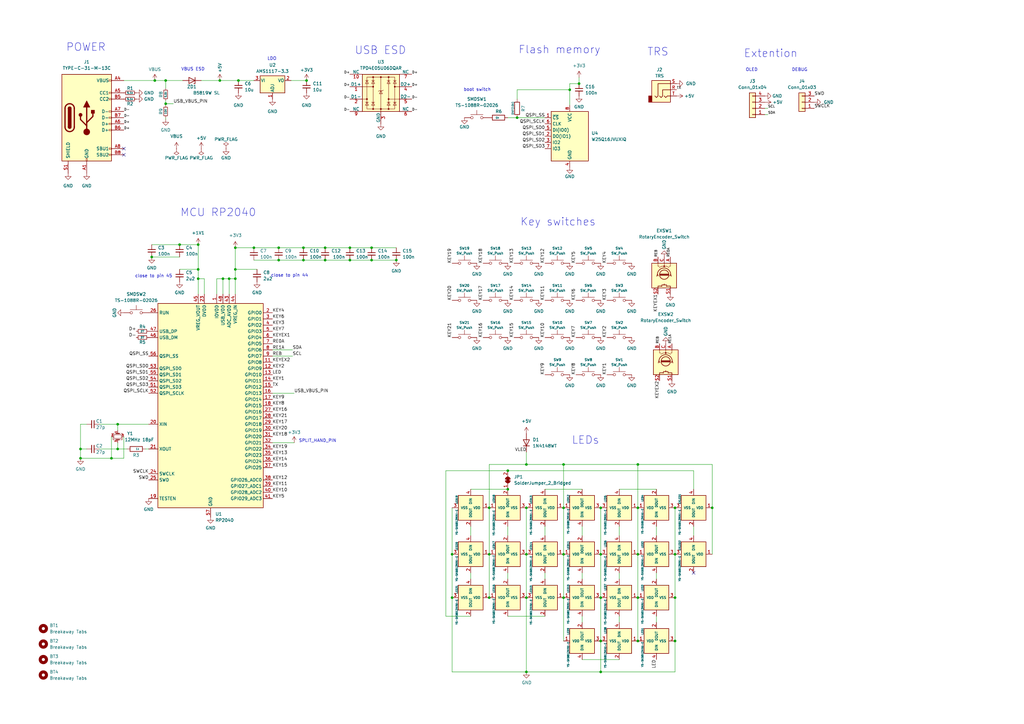
<source format=kicad_sch>
(kicad_sch (version 20231120) (generator "eeschema") (generator_version "8.0")
  (paper "A3")
  (title_block (title "Corne Left") (date "2023-10-07") (rev "4.0.0") (company "foostan"))
  (junction (at 215.9 208.28))
  (junction (at 215.9 190.5))
  (junction (at 162.56 106.68))
  (junction (at 276.86 262.89))
  (junction (at 237.49 34.29))
  (junction (at 104.14 101.6))
  (junction (at 200.66 245.11))
  (junction (at 231.14 245.11))
  (junction (at 48.26 184.15))
  (junction (at 81.28 100.33))
  (junction (at 276.86 208.28))
  (junction (at 246.38 262.89))
  (junction (at 246.38 227.33))
  (junction (at 62.23 105.41))
  (junction (at 215.9 227.33))
  (junction (at 96.52 101.6))
  (junction (at 185.42 245.11))
  (junction (at 97.79 33.02))
  (junction (at 114.3 101.6))
  (junction (at 152.4 106.68))
  (junction (at 152.4 101.6))
  (junction (at 133.35 106.68))
  (junction (at 90.17 33.02))
  (junction (at 133.35 101.6))
  (junction (at 276.86 245.11))
  (junction (at 215.9 245.11))
  (junction (at 261.62 190.5))
  (junction (at 208.28 193.04))
  (junction (at 231.14 227.33))
  (junction (at 246.38 245.11))
  (junction (at 125.73 33.02))
  (junction (at 93.98 114.3))
  (junction (at 73.66 100.33))
  (junction (at 81.28 114.3))
  (junction (at 67.945 42.545))
  (junction (at 48.26 173.99))
  (junction (at 233.68 36.83))
  (junction (at 45.72 187.96))
  (junction (at 212.09 48.26))
  (junction (at 33.02 184.15))
  (junction (at 215.9 275.59))
  (junction (at 33.02 187.96))
  (junction (at 63.5 33.02))
  (junction (at 114.3 106.68))
  (junction (at 261.62 227.33))
  (junction (at 246.38 275.59))
  (junction (at 261.62 208.28))
  (junction (at 91.44 114.3))
  (junction (at 67.945 33.02))
  (junction (at 231.14 190.5))
  (junction (at 261.62 262.89))
  (junction (at 96.52 114.3))
  (junction (at 96.52 110.49))
  (junction (at 143.51 106.68))
  (junction (at 261.62 245.11))
  (junction (at 124.46 106.68))
  (junction (at 124.46 101.6))
  (junction (at 200.66 227.33))
  (junction (at 81.28 110.49))
  (junction (at 231.14 208.28))
  (junction (at 208.28 200.66))
  (junction (at 292.1 208.28))
  (junction (at 276.86 227.33))
  (junction (at 143.51 101.6))
  (junction (at 185.42 227.33))
  (junction (at 200.66 208.28))
  (junction (at 246.38 208.28))
  (no_connect (at 50.8 60.96))
  (no_connect (at 284.48 234.95))
  (no_connect (at 50.8 63.5))
  (wire (pts (xy 261.62 208.28) (xy 261.62 227.33)))
  (wire (pts (xy 91.44 114.3) (xy 93.98 114.3)))
  (wire (pts (xy 62.23 100.33) (xy 73.66 100.33)))
  (wire (pts (xy 96.52 110.49) (xy 105.41 110.49)))
  (wire (pts (xy 261.62 190.5) (xy 292.1 190.5)))
  (wire (pts (xy 233.68 34.29) (xy 233.68 36.83)))
  (wire (pts (xy 133.35 106.68) (xy 143.51 106.68)))
  (wire (pts (xy 185.42 227.33) (xy 185.42 245.11)))
  (wire (pts (xy 83.82 114.3) (xy 81.28 114.3)))
  (wire (pts (xy 233.68 36.83) (xy 233.68 43.18)))
  (wire (pts (xy 276.86 208.28) (xy 276.86 227.33)))
  (wire (pts (xy 81.28 110.49) (xy 81.28 114.3)))
  (wire (pts (xy 33.02 187.96) (xy 45.72 187.96)))
  (wire (pts (xy 104.14 101.6) (xy 114.3 101.6)))
  (wire (pts (xy 96.52 120.65) (xy 96.52 114.3)))
  (wire (pts (xy 185.42 275.59) (xy 215.9 275.59)))
  (wire (pts (xy 48.26 184.15) (xy 48.26 181.61)))
  (wire (pts (xy 231.14 245.11) (xy 231.14 262.89)))
  (wire (pts (xy 246.38 245.11) (xy 246.38 262.89)))
  (wire (pts (xy 208.28 48.26) (xy 212.09 48.26)))
  (wire (pts (xy 45.72 179.07) (xy 45.72 187.96)))
  (wire (pts (xy 246.38 227.33) (xy 246.38 245.11)))
  (wire (pts (xy 111.76 161.29) (xy 120.65 161.29)))
  (wire (pts (xy 67.945 33.02) (xy 74.93 33.02)))
  (wire (pts (xy 212.09 36.83) (xy 212.09 40.64)))
  (wire (pts (xy 143.51 106.68) (xy 152.4 106.68)))
  (wire (pts (xy 254 270.51) (xy 238.76 270.51)))
  (wire (pts (xy 182.88 193.04) (xy 182.88 252.73)))
  (wire (pts (xy 114.3 101.6) (xy 124.46 101.6)))
  (wire (pts (xy 124.46 106.68) (xy 133.35 106.68)))
  (wire (pts (xy 182.88 193.04) (xy 208.28 193.04)))
  (wire (pts (xy 111.76 143.51) (xy 120.015 143.51)))
  (wire (pts (xy 261.62 190.5) (xy 261.62 208.28)))
  (wire (pts (xy 96.52 110.49) (xy 96.52 114.3)))
  (wire (pts (xy 314.96 44.45) (xy 313.69 44.45)))
  (wire (pts (xy 231.14 190.5) (xy 261.62 190.5)))
  (wire (pts (xy 208.28 193.04) (xy 284.48 193.04)))
  (wire (pts (xy 91.44 114.3) (xy 91.44 120.65)))
  (wire (pts (xy 33.02 184.15) (xy 33.02 187.96)))
  (wire (pts (xy 238.76 219.71) (xy 238.76 215.9)))
  (wire (pts (xy 59.69 184.15) (xy 60.96 184.15)))
  (wire (pts (xy 96.52 101.6) (xy 104.14 101.6)))
  (wire (pts (xy 254 215.9) (xy 254 219.71)))
  (wire (pts (xy 238.76 237.49) (xy 238.76 234.95)))
  (wire (pts (xy 215.9 208.28) (xy 215.9 227.33)))
  (wire (pts (xy 40.64 184.15) (xy 48.26 184.15)))
  (wire (pts (xy 215.9 245.11) (xy 215.9 275.59)))
  (wire (pts (xy 81.28 100.33) (xy 81.28 110.49)))
  (wire (pts (xy 73.66 110.49) (xy 81.28 110.49)))
  (wire (pts (xy 67.945 42.545) (xy 67.945 43.18)))
  (wire (pts (xy 124.46 101.6) (xy 133.35 101.6)))
  (wire (pts (xy 208.28 219.71) (xy 208.28 215.9)))
  (wire (pts (xy 40.64 173.99) (xy 48.26 173.99)))
  (wire (pts (xy 276.86 275.59) (xy 246.38 275.59)))
  (wire (pts (xy 200.66 190.5) (xy 200.66 208.28)))
  (wire (pts (xy 215.9 275.59) (xy 246.38 275.59)))
  (wire (pts (xy 269.24 215.9) (xy 269.24 219.71)))
  (wire (pts (xy 81.28 120.65) (xy 81.28 114.3)))
  (wire (pts (xy 237.49 31.75) (xy 237.49 34.29)))
  (wire (pts (xy 215.9 190.5) (xy 231.14 190.5)))
  (wire (pts (xy 292.1 208.28) (xy 292.1 227.33)))
  (wire (pts (xy 238.76 252.73) (xy 238.76 255.27)))
  (wire (pts (xy 231.14 227.33) (xy 231.14 245.11)))
  (wire (pts (xy 238.76 200.66) (xy 223.52 200.66)))
  (wire (pts (xy 93.98 114.3) (xy 93.98 120.65)))
  (wire (pts (xy 223.52 234.95) (xy 223.52 237.49)))
  (wire (pts (xy 208.28 200.66) (xy 193.04 200.66)))
  (wire (pts (xy 33.02 184.15) (xy 35.56 184.15)))
  (wire (pts (xy 90.17 33.02) (xy 97.79 33.02)))
  (wire (pts (xy 83.82 120.65) (xy 83.82 114.3)))
  (wire (pts (xy 208.28 252.73) (xy 223.52 252.73)))
  (wire (pts (xy 97.79 33.02) (xy 104.14 33.02)))
  (wire (pts (xy 88.9 114.3) (xy 91.44 114.3)))
  (wire (pts (xy 133.35 101.6) (xy 143.51 101.6)))
  (wire (pts (xy 254 234.95) (xy 254 237.49)))
  (wire (pts (xy 193.04 215.9) (xy 193.04 219.71)))
  (wire (pts (xy 314.96 46.99) (xy 313.69 46.99)))
  (wire (pts (xy 48.26 184.15) (xy 52.07 184.15)))
  (wire (pts (xy 233.68 34.29) (xy 237.49 34.29)))
  (wire (pts (xy 50.8 187.96) (xy 45.72 187.96)))
  (wire (pts (xy 284.48 215.9) (xy 284.48 219.71)))
  (wire (pts (xy 269.24 234.95) (xy 269.24 237.49)))
  (wire (pts (xy 67.945 41.275) (xy 67.945 42.545)))
  (wire (pts (xy 96.52 101.6) (xy 96.52 110.49)))
  (wire (pts (xy 246.38 262.89) (xy 246.38 275.59)))
  (wire (pts (xy 215.9 190.5) (xy 200.66 190.5)))
  (wire (pts (xy 71.12 42.545) (xy 67.945 42.545)))
  (wire (pts (xy 152.4 106.68) (xy 162.56 106.68)))
  (wire (pts (xy 223.52 219.71) (xy 223.52 215.9)))
  (wire (pts (xy 152.4 101.6) (xy 162.56 101.6)))
  (wire (pts (xy 88.9 114.3) (xy 88.9 120.65)))
  (wire (pts (xy 292.1 190.5) (xy 292.1 208.28)))
  (wire (pts (xy 73.66 100.33) (xy 81.28 100.33)))
  (wire (pts (xy 63.5 33.02) (xy 67.945 33.02)))
  (wire (pts (xy 96.52 114.3) (xy 93.98 114.3)))
  (wire (pts (xy 233.68 36.83) (xy 212.09 36.83)))
  (wire (pts (xy 276.86 245.11) (xy 276.86 262.89)))
  (wire (pts (xy 261.62 227.33) (xy 261.62 245.11)))
  (wire (pts (xy 67.945 36.195) (xy 67.945 33.02)))
  (wire (pts (xy 269.24 252.73) (xy 269.24 255.27)))
  (wire (pts (xy 231.14 208.28) (xy 231.14 227.33)))
  (wire (pts (xy 111.76 146.05) (xy 120.015 146.05)))
  (wire (pts (xy 48.26 173.99) (xy 60.96 173.99)))
  (wire (pts (xy 50.8 179.07) (xy 50.8 187.96)))
  (wire (pts (xy 212.09 48.26) (xy 223.52 48.26)))
  (wire (pts (xy 50.8 33.02) (xy 63.5 33.02)))
  (wire (pts (xy 208.28 237.49) (xy 208.28 234.95)))
  (wire (pts (xy 114.3 106.68) (xy 124.46 106.68)))
  (wire (pts (xy 276.86 227.33) (xy 276.86 245.11)))
  (wire (pts (xy 185.42 245.11) (xy 185.42 275.59)))
  (wire (pts (xy 143.51 101.6) (xy 152.4 101.6)))
  (wire (pts (xy 193.04 234.95) (xy 193.04 237.49)))
  (wire (pts (xy 284.48 193.04) (xy 284.48 200.66)))
  (wire (pts (xy 67.945 48.26) (xy 67.945 48.895)))
  (wire (pts (xy 254 200.66) (xy 269.24 200.66)))
  (wire (pts (xy 246.38 208.28) (xy 246.38 227.33)))
  (wire (pts (xy 276.86 262.89) (xy 276.86 275.59)))
  (wire (pts (xy 82.55 33.02) (xy 90.17 33.02)))
  (wire (pts (xy 215.9 227.33) (xy 215.9 245.11)))
  (wire (pts (xy 193.04 252.73) (xy 182.88 252.73)))
  (wire (pts (xy 48.26 176.53) (xy 48.26 173.99)))
  (wire (pts (xy 185.42 208.28) (xy 185.42 227.33)))
  (wire (pts (xy 215.9 185.42) (xy 215.9 190.5)))
  (wire (pts (xy 62.23 105.41) (xy 73.66 105.41)))
  (wire (pts (xy 104.14 106.68) (xy 114.3 106.68)))
  (wire (pts (xy 33.02 173.99) (xy 33.02 184.15)))
  (wire (pts (xy 111.76 181.61) (xy 120.65 181.61)))
  (wire (pts (xy 200.66 208.28) (xy 200.66 227.33)))
  (wire (pts (xy 254 252.73) (xy 254 255.27)))
  (wire (pts (xy 119.38 33.02) (xy 125.73 33.02)))
  (wire (pts (xy 35.56 173.99) (xy 33.02 173.99)))
  (wire (pts (xy 200.66 227.33) (xy 200.66 245.11)))
  (wire (pts (xy 261.62 245.11) (xy 261.62 262.89)))
  (wire (pts (xy 231.14 190.5) (xy 231.14 208.28)))
  (text "MCU RP2040" (at 73.914 89.154 0) (effects (font (size 3.175 3.175)) (justify left bottom)))
  (text "Key switches" (at 213.36 92.964 0) (effects (font (size 3.175 3.175)) (justify left bottom)))
  (text "OLED" (at 305.816 29.464 0) (effects (font (size 1.27 1.27)) (justify left bottom)))
  (text "close to pin 45" (at 55.372 114.046 0) (effects (font (size 1.27 1.27)) (justify left bottom)))
  (text "DEBUG" (at 324.739 29.464 0) (effects (font (size 1.27 1.27)) (justify left bottom)))
  (text "USB ESD" (at 145.415 22.606 0) (effects (font (size 3.175 3.175)) (justify left bottom)))
  (text "LDO" (at 109.601 24.892 0) (effects (font (size 1.27 1.27)) (justify left bottom)))
  (text "Flash memory" (at 212.598 22.352 0) (effects (font (size 3.175 3.175)) (justify left bottom)))
  (text "POWER\n" (at 27.051 21.336 0) (effects (font (size 3.175 3.175)) (justify left bottom)))
  (text "LEDs" (at 234.442 182.499 0) (effects (font (size 3.175 3.175)) (justify left bottom)))
  (text "Extention" (at 305.054 23.876 0) (effects (font (size 3.175 3.175)) (justify left bottom)))
  (text "TRS" (at 265.43 23.241 0) (effects (font (size 3.175 3.175)) (justify left bottom)))
  (text "VBUS ESD" (at 74.295 29.21 0) (effects (font (size 1.27 1.27)) (justify left bottom)))
  (text "SPLIT_HAND_PIN" (at 122.555 181.61 0) (effects (font (size 1.27 1.27)) (justify left bottom)))
  (text "boot switch" (at 190.119 37.592 0) (effects (font (size 1.27 1.27)) (justify left bottom)))
  (text "close to pin 44" (at 111.125 113.792 0) (effects (font (size 1.27 1.27)) (justify left bottom)))
  (label "KEY8" (at 111.76 166.37 0))
  (label "KEY9" (at 111.76 163.83 0))
  (label "KEY8" (at 236.22 153.67 90))
  (label "QSPI_SD2" (at 60.96 156.21 180))
  (label "SCL" (at 314.96 44.45 0) (effects (font (size 1 1))))
  (label "USB_VBUS_PIN" (at 120.65 161.29 0))
  (label "KEY3" (at 248.92 123.19 90))
  (label "QSPI_SCLK" (at 60.96 161.29 180))
  (label "RE1A" (at 111.76 143.51 0))
  (label "KEY2" (at 111.76 151.13 0))
  (label "D+" (at 55.88 135.89 180))
  (label "D+" (at 168.91 35.56 0) (effects (font (size 1 1))))
  (label "REB" (at 111.76 146.05 0))
  (label "D-" (at 55.88 138.43 180))
  (label "QSPI_SS" (at 223.52 48.26 180))
  (label "SDA" (at 314.96 46.99 0) (effects (font (size 1 1))))
  (label "D+" (at 143.51 30.48 180) (effects (font (size 1 1))))
  (label "REB" (at 270.51 140.97 90) (effects (font (size 1 1))))
  (label "KEY5" (at 236.22 107.95 90))
  (label "RE0A" (at 274.955 105.41 90) (effects (font (size 1 1))))
  (label "LED" (at 111.76 153.67 0))
  (label "KEY21" (at 185.42 138.43 90))
  (label "KEY17" (at 111.76 173.99 0))
  (label "KEY1" (at 111.76 156.21 0))
  (label "TX" (at 111.76 158.75 0))
  (label "KEY5" (at 111.76 204.47 0))
  (label "D+" (at 50.8 50.8 0) (effects (font (size 1 1))))
  (label "KEY16" (at 111.76 168.91 0))
  (label "KEY3" (at 111.76 133.35 0))
  (label "KEYEX2" (at 111.76 148.59 0))
  (label "D+" (at 143.51 35.56 180) (effects (font (size 1 1))))
  (label "KEY17" (at 198.12 123.19 90))
  (label "KEY10" (at 111.76 201.93 0))
  (label "D-" (at 50.8 48.26 0) (effects (font (size 1 1))))
  (label "QSPI_SD1" (at 60.96 153.67 180))
  (label "KEY4" (at 111.76 128.27 0))
  (label "QSPI_SD0" (at 223.52 53.34 180))
  (label "KEY20" (at 111.76 176.53 0))
  (label "QSPI_SD1" (at 223.52 55.88 180))
  (label "SWCLK" (at 334.01 44.45 0))
  (label "D+" (at 168.91 30.48 0) (effects (font (size 1 1))))
  (label "SCL" (at 120.015 146.05 0))
  (label "QSPI_SCLK" (at 223.52 50.8 180))
  (label "D-" (at 168.91 45.72 0) (effects (font (size 1 1))))
  (label "KEY20" (at 185.42 123.19 90))
  (label "KEY4" (at 248.92 107.95 90))
  (label "VLED" (at 215.9 185.42 180))
  (label "KEY11" (at 111.76 199.39 0))
  (label "KEY14" (at 111.76 189.23 0))
  (label "TX" (at 277.495 36.83 0) (effects (font (size 1 1))))
  (label "RE0A" (at 111.76 140.97 0))
  (label "D+" (at 50.8 53.34 0) (effects (font (size 1 1))))
  (label "KEY18" (at 198.12 107.95 90))
  (label "QSPI_SS" (at 60.96 146.05 180))
  (label "KEYEX1" (at 269.875 120.65 270))
  (label "KEY7" (at 236.22 138.43 90))
  (label "USB_VBUS_PIN" (at 71.12 42.545 0))
  (label "KEY14" (at 210.82 123.19 90))
  (label "RE1A" (at 275.59 140.97 90) (effects (font (size 1 1))))
  (label "SWCLK" (at 60.96 194.31 180))
  (label "KEY1" (at 248.92 153.67 90))
  (label "KEY2" (at 248.92 138.43 90))
  (label "QSPI_SD2" (at 223.52 58.42 180))
  (label "QSPI_SD3" (at 223.52 60.96 180))
  (label "SWD" (at 334.01 39.37 0))
  (label "KEY13" (at 111.76 186.69 0))
  (label "KEY18" (at 111.76 179.07 0))
  (label "KEY7" (at 111.76 135.89 0))
  (label "KEY6" (at 236.22 123.19 90))
  (label "D-" (at 168.91 40.64 0) (effects (font (size 1 1))))
  (label "KEY9" (at 223.52 153.67 90))
  (label "KEY15" (at 111.76 191.77 0))
  (label "KEY13" (at 210.82 107.95 90))
  (label "KEYEX2" (at 270.51 156.21 270))
  (label "KEY15" (at 210.82 138.43 90))
  (label "KEY10" (at 223.52 138.43 90))
  (label "SDA" (at 120.015 143.51 0))
  (label "D-" (at 143.51 40.64 180) (effects (font (size 1 1))))
  (label "LED" (at 269.24 270.51 270))
  (label "KEYEX1" (at 111.76 138.43 0))
  (label "KEY12" (at 223.52 107.95 90))
  (label "D-" (at 143.51 45.72 180) (effects (font (size 1 1))))
  (label "SWD" (at 60.96 196.85 180))
  (label "D-" (at 50.8 45.72 0) (effects (font (size 1 1))))
  (label "KEY6" (at 111.76 130.81 0))
  (label "REB" (at 269.875 105.41 90) (effects (font (size 1 1))))
  (label "KEY19" (at 111.76 184.15 0))
  (label "KEY16" (at 198.12 138.43 90))
  (label "QSPI_SD3" (at 60.96 158.75 180))
  (label "KEY19" (at 185.42 107.95 90))
  (label "QSPI_SD0" (at 60.96 151.13 180))
  (label "KEY11" (at 223.52 123.19 90))
  (label "KEY12" (at 111.76 196.85 0))
  (label "KEY21" (at 111.76 171.45 0))
  (symbol (lib_id "power:GND") (at 55.88 38.1 90) (unit 1)
    (property "Reference" "#PWR05" (effects (hide yes)))
    (property "Value" "GND" (at 59.055 38.1 90) (effects (justify right)))
  )
  (symbol (lib_id "power:GND") (at 233.68 153.67 0) (unit 1)
    (property "Reference" "#PWR044" (effects (hide yes)))
    (property "Value" "GND" (at 233.68 158.115 0))
  )
  (symbol (lib_id "power:GND") (at 195.58 138.43 0) (unit 1)
    (property "Reference" "#PWR030" (effects (hide yes)))
    (property "Value" "GND" (at 195.58 142.875 0))
  )
  (symbol (lib_id "power:GND") (at 273.05 140.97 180) (unit 1)
    (property "Reference" "#PWR055" (effects (hide yes)))
    (property "Value" "GND" (at 273.05 135.89 90))
  )
  (symbol (lib_id "power:GND") (at 55.88 40.64 90) (unit 1)
    (property "Reference" "#PWR06" (effects (hide yes)))
    (property "Value" "GND" (at 59.055 40.64 90) (effects (justify right)))
  )
  (symbol (lib_id "kbd_local:YS-SK6812MINI-E") (at 208.28 227.33 90) (unit 1)
    (property "Reference" "LED17" (at 202.565 225.425 0) (effects (font (size 0.7366 0.7366)) (justify left)))
    (property "Value" "YS-SK6812MINI-E" (at 202.565 238.125 0) (effects (font (size 0.7366 0.7366)) (justify left)))
    (property "Footprint" "kbd_local:YS-SK6812MINI-E" (effects (hide yes)))
  )
  (symbol (lib_id "Device:R_Small") (at 58.42 135.89 90) (unit 1)
    (property "Reference" "R4" (at 58.42 133.985 90))
    (property "Value" "27" (at 58.42 135.89 90) (effects (font (size 0.762 0.762))))
    (property "Footprint" "Capacitor_SMD:C_0201_0603Metric" (effects (hide yes)))
  )
  (symbol (lib_id "Switch:SW_Push") (at 241.3 107.95 0) (unit 1)
    (property "Reference" "SW5" (at 241.3 101.854 0) (effects (font (size 1 1))))
    (property "Value" "SW_Push" (at 241.3 103.886 0) (effects (font (size 1 1))))
    (property "Footprint" "kbd:keyswitch_cherrymx_hotswap_1u" (effects (hide yes)))
  )
  (symbol (lib_id "power:+3V3") (at 237.49 31.75 0) (unit 1)
    (property "Reference" "#PWR039" (effects (hide yes)))
    (property "Value" "+3V3" (at 237.49 26.924 0))
  )
  (symbol (lib_id "kbd_local:YS-SK6812MINI-E") (at 254 227.33 270) (unit 1)
    (property "Reference" "LED6" (at 248.285 221.615 0) (effects (font (size 0.7366 0.7366)) (justify left)))
    (property "Value" "YS-SK6812MINI-E" (at 248.285 227.965 0) (effects (font (size 0.7366 0.7366)) (justify left)))
    (property "Footprint" "kbd_local:YS-SK6812MINI-E" (effects (hide yes)))
  )
  (symbol (lib_id "power:GND") (at 208.28 123.19 0) (unit 1)
    (property "Reference" "#PWR032" (effects (hide yes)))
    (property "Value" "GND" (at 208.28 127.635 0))
  )
  (symbol (lib_id "kbd_local:YS-SK6812MINI-E") (at 269.24 208.28 90) (unit 1)
    (property "Reference" "LED4" (at 263.525 205.74 0) (effects (font (size 0.7366 0.7366)) (justify left)))
    (property "Value" "YS-SK6812MINI-E" (at 263.525 219.075 0) (effects (font (size 0.7366 0.7366)) (justify left)))
    (property "Footprint" "kbd_local:YS-SK6812MINI-E" (effects (hide yes)))
  )
  (symbol (lib_id "power:GND") (at 220.98 138.43 0) (unit 1)
    (property "Reference" "#PWR038" (effects (hide yes)))
    (property "Value" "GND" (at 220.98 142.875 0))
  )
  (symbol (lib_name "SW_Push_1") (lib_id "Switch:SW_Push") (at 254 107.95 0) (unit 1)
    (property "Reference" "SW4" (at 254 101.854 0) (effects (font (size 1 1))))
    (property "Value" "SW_Push" (at 254 103.886 0) (effects (font (size 1 1))))
    (property "Footprint" "kbd:keyswitch_cherrymx_hotswap_1u" (effects (hide yes)))
  )
  (symbol (lib_id "power:+3V3") (at 125.73 33.02 0) (unit 1)
    (property "Reference" "#PWR023" (effects (hide yes)))
    (property "Value" "+3V3" (at 125.73 28.702 0))
  )
  (symbol (lib_id "Device:R_Small") (at 67.945 45.72 0) (unit 1)
    (property "Reference" "R9" (at 66.04 45.72 90))
    (property "Value" "10K" (at 67.945 45.72 90) (effects (font (size 0.762 0.762))))
    (property "Footprint" "Resistor_SMD:R_0402_1005Metric" (effects (hide yes)))
  )
  (symbol (lib_id "power:GND") (at 233.68 123.19 0) (unit 1)
    (property "Reference" "#PWR042" (effects (hide yes)))
    (property "Value" "GND" (at 233.68 127.635 0))
  )
  (symbol (lib_id "Switch:SW_Push") (at 228.6 107.95 0) (unit 1)
    (property "Reference" "SW12" (at 228.6 101.854 0) (effects (font (size 1 1))))
    (property "Value" "SW_Push" (at 228.6 103.886 0) (effects (font (size 1 1))))
    (property "Footprint" "kbd:keyswitch_cherrymx_hotswap_1u" (effects (hide yes)))
  )
  (symbol (lib_id "Switch:SW_Push") (at 241.3 138.43 0) (unit 1)
    (property "Reference" "SW7" (at 241.3 132.334 0) (effects (font (size 1 1))))
    (property "Value" "SW_Push" (at 241.3 134.366 0) (effects (font (size 1 1))))
    (property "Footprint" "kbd:keyswitch_cherrymx_hotswap_1u" (effects (hide yes)))
  )
  (symbol (lib_id "power:VBUS") (at 72.39 60.96 0) (unit 1)
    (property "Reference" "#PWR011" (effects (hide yes)))
    (property "Value" "VBUS" (at 72.39 55.88 0))
  )
  (symbol (lib_id "MCU_RaspberryPi:RP2040") (at 86.36 166.37 0) (unit 1)
    (property "Reference" "U1" (at 88.3159 210.82 0) (effects (justify left)))
    (property "Value" "RP2040" (at 88.3159 213.36 0) (effects (justify left)))
    (property "Footprint" "Package_DFN_QFN:QFN-56-1EP_7x7mm_P0.4mm_EP3.2x3.2mm" (effects (hide yes)))
    (property "Datasheet" "https://datasheets.raspberrypi.com/rp2040/rp2040-datasheet.pdf" (effects (hide yes)))
    (property "JLCPCB Part #" "C2040" (effects (hide yes)))
  )
  (symbol (lib_id "power:GND") (at 35.56 71.12 0) (unit 1)
    (property "Reference" "#PWR03" (effects (hide yes)))
    (property "Value" "GND" (at 35.56 76.2 0))
  )
  (symbol (lib_id "Switch:SW_Push") (at 190.5 138.43 0) (unit 1)
    (property "Reference" "SW21" (at 190.5 132.334 0) (effects (font (size 1 1))))
    (property "Value" "SW_Push" (at 190.5 134.366 0) (effects (font (size 1 1))))
    (property "Footprint" "kbd:keyswitch_cherrymx_hotswap_1u" (effects (hide yes)))
  )
  (symbol (lib_id "power:GND") (at 259.08 138.43 0) (unit 1)
    (property "Reference" "#PWR052" (effects (hide yes)))
    (property "Value" "GND" (at 259.08 142.875 0))
  )
  (symbol (lib_id "kbd_local:YS-SK6812MINI-E") (at 208.28 208.28 90) (unit 1)
    (property "Reference" "LED18" (at 202.565 206.375 0) (effects (font (size 0.7366 0.7366)) (justify left)))
    (property "Value" "YS-SK6812MINI-E" (at 202.565 219.71 0) (effects (font (size 0.7366 0.7366)) (justify left)))
    (property "Footprint" "kbd_local:YS-SK6812MINI-E" (effects (hide yes)))
  )
  (symbol (lib_id "power:GND") (at 215.9 275.59 0) (unit 1)
    (property "Reference" "#PWR035" (effects (hide yes)))
    (property "Value" "GND" (at 216.027 279.9842 0))
  )
  (symbol (lib_id "Switch:SW_Push") (at 190.5 107.95 0) (unit 1)
    (property "Reference" "SW19" (at 190.5 101.854 0) (effects (font (size 1 1))))
    (property "Value" "SW_Push" (at 190.5 103.886 0) (effects (font (size 1 1))))
    (property "Footprint" "kbd:keyswitch_cherrymx_hotswap_1u" (effects (hide yes)))
  )
  (symbol (lib_id "power:GND") (at 105.41 115.57 0) (unit 1)
    (property "Reference" "#PWR020" (effects (hide yes)))
    (property "Value" "GND" (at 105.41 120.015 0))
  )
  (symbol (lib_id "kbd_local:YS-SK6812MINI-E") (at 238.76 227.33 90) (unit 1)
    (property "Reference" "LED11" (at 233.045 225.425 0) (effects (font (size 0.7366 0.7366)) (justify left)))
    (property "Value" "YS-SK6812MINI-E" (at 233.045 238.125 0) (effects (font (size 0.7366 0.7366)) (justify left)))
    (property "Footprint" "kbd_local:YS-SK6812MINI-E" (effects (hide yes)))
  )
  (symbol (lib_id "kbd_local:YS-SK6812MINI-E") (at 269.24 245.11 90) (unit 1)
    (property "Reference" "LED2" (at 263.525 242.57 0) (effects (font (size 0.7366 0.7366)) (justify left)))
    (property "Value" "YS-SK6812MINI-E" (at 263.525 255.905 0) (effects (font (size 0.7366 0.7366)) (justify left)))
    (property "Footprint" "kbd_local:YS-SK6812MINI-E" (effects (hide yes)))
  )
  (symbol (lib_id "Diode:1N4148WT") (at 215.9 181.61 90) (unit 1)
    (property "Reference" "D1" (at 218.44 180.34 90) (effects (justify right)))
    (property "Value" "1N4148WT" (at 218.44 182.88 90) (effects (justify right)))
    (property "Footprint" "Diode_SMD:D_SOD-323" (effects (hide yes)))
    (property "Datasheet" "https://www.diodes.com/assets/Datasheets/ds30396.pdf" (effects (hide yes)))
    (property "JLCPCB Part #" "C232841" (effects (hide yes)))
  )
  (symbol (lib_id "power:GND") (at 195.58 107.95 0) (unit 1)
    (property "Reference" "#PWR028" (effects (hide yes)))
    (property "Value" "GND" (at 195.58 112.395 0))
  )
  (symbol (lib_id "kbd_local:YS-SK6812MINI-E") (at 284.48 227.33 270) (unit 1)
    (property "Reference" "EXLED2" (at 278.765 221.615 0) (effects (font (size 0.7366 0.7366)) (justify left)))
    (property "Value" "YS-SK6812MINI-E" (at 278.765 227.965 0) (effects (font (size 0.7366 0.7366)) (justify left)))
    (property "Footprint" "kbd_local:YS-SK6812MINI-E" (effects (hide yes)))
  )
  (symbol (lib_id "Switch:SW_Push") (at 241.3 123.19 0) (unit 1)
    (property "Reference" "SW6" (at 241.3 117.094 0) (effects (font (size 1 1))))
    (property "Value" "SW_Push" (at 241.3 119.126 0) (effects (font (size 1 1))))
    (property "Footprint" "kbd:keyswitch_cherrymx_hotswap_1u" (effects (hide yes)))
  )
  (symbol (lib_id "power:+5V") (at 313.69 41.91 270) (unit 1)
    (property "Reference" "#PWR061" (effects (hide yes)))
    (property "Value" "+5V" (at 316.865 41.91 90) (effects (justify left)))
  )
  (symbol (lib_id "Device:C_Small") (at 38.1 184.15 270) (unit 1)
    (property "Reference" "C2" (at 39.37 182.88 90) (effects (justify left)))
    (property "Value" "27p" (at 39.37 185.42 90) (effects (justify left)))
    (property "Footprint" "Capacitor_SMD:C_0201_0603Metric" (effects (hide yes)))
  )
  (symbol (lib_id "power:GND") (at 220.98 123.19 0) (unit 1)
    (property "Reference" "#PWR037" (effects (hide yes)))
    (property "Value" "GND" (at 220.98 127.635 0))
  )
  (symbol (lib_id "kbd_local:YS-SK6812MINI-E") (at 254 208.28 270) (unit 1)
    (property "Reference" "LED5" (at 248.285 203.2 0) (effects (font (size 0.7366 0.7366)) (justify left)))
    (property "Value" "YS-SK6812MINI-E" (at 248.285 208.915 0) (effects (font (size 0.7366 0.7366)) (justify left)))
    (property "Footprint" "kbd_local:YS-SK6812MINI-E" (effects (hide yes)))
  )
  (symbol (lib_id "Switch:SW_Push") (at 254 153.67 0) (unit 1)
    (property "Reference" "SW1" (at 254 147.574 0) (effects (font (size 1 1))))
    (property "Value" "SW_Push" (at 254 149.606 0) (effects (font (size 1 1))))
    (property "Footprint" "kbd:keyswitch_cherrymx_hotswap_1.5u" (effects (hide yes)))
  )
  (symbol (lib_id "Switch:SW_Push") (at 215.9 123.19 0) (unit 1)
    (property "Reference" "SW14" (at 215.9 117.094 0) (effects (font (size 1 1))))
    (property "Value" "SW_Push" (at 215.9 119.126 0) (effects (font (size 1 1))))
    (property "Footprint" "kbd:keyswitch_cherrymx_hotswap_1u" (effects (hide yes)))
  )
  (symbol (lib_id "Mechanical:MountingHole") (at 17.78 264.16 0) (unit 1)
    (property "Reference" "BT2" (at 20.32 262.89 0) (effects (justify left)))
    (property "Value" "Breakaway Tabs" (at 20.32 265.43 0) (effects (justify left)))
    (property "Footprint" "kbd_local:Breakaway_Tabs" (effects (hide yes)))
  )
  (symbol (lib_id "Switch:SW_Push") (at 203.2 123.19 0) (unit 1)
    (property "Reference" "SW17" (at 203.2 117.094 0) (effects (font (size 1 1))))
    (property "Value" "SW_Push" (at 203.2 119.126 0) (effects (font (size 1 1))))
    (property "Footprint" "kbd:keyswitch_cherrymx_hotswap_1u" (effects (hide yes)))
  )
  (symbol (lib_id "kbd_local:YS-SK6812MINI-E") (at 223.52 208.28 270) (unit 1)
    (property "Reference" "LED13" (at 217.805 203.2 0) (effects (font (size 0.7366 0.7366)) (justify left)))
    (property "Value" "YS-SK6812MINI-E" (at 217.805 208.915 0) (effects (font (size 0.7366 0.7366)) (justify left)))
    (property "Footprint" "kbd_local:YS-SK6812MINI-E" (effects (hide yes)))
  )
  (symbol (lib_id "kbd_local:YS-SK6812MINI-E") (at 193.04 245.11 270) (unit 1)
    (property "Reference" "LED21" (at 187.325 240.03 0) (effects (font (size 0.7366 0.7366)) (justify left)))
    (property "Value" "YS-SK6812MINI-E" (at 187.325 245.745 0) (effects (font (size 0.7366 0.7366)) (justify left)))
    (property "Footprint" "kbd_local:YS-SK6812MINI-E" (effects (hide yes)))
  )
  (symbol (lib_id "power:GND") (at 220.98 107.95 0) (unit 1)
    (property "Reference" "#PWR036" (effects (hide yes)))
    (property "Value" "GND" (at 220.98 112.395 0))
  )
  (symbol (lib_id "power:GND") (at 233.68 68.58 0) (unit 1)
    (property "Reference" "#PWR040" (effects (hide yes)))
    (property "Value" "GND" (at 233.68 72.39 0))
  )
  (symbol (lib_id "Device:R_Small") (at 67.945 38.735 0) (unit 1)
    (property "Reference" "R8" (at 66.04 38.735 90))
    (property "Value" "5.6k" (at 67.945 38.735 90) (effects (font (size 0.762 0.762))))
    (property "Footprint" "Resistor_SMD:R_0402_1005Metric" (effects (hide yes)))
  )
  (symbol (lib_id "power:GND") (at 334.01 41.91 90) (unit 1)
    (property "Reference" "#PWR062" (effects (hide yes)))
    (property "Value" "GND" (at 337.82 41.91 90) (effects (justify right)))
  )
  (symbol (lib_id "power:GND") (at 33.02 187.96 0) (unit 1)
    (property "Reference" "#PWR02" (effects (hide yes)))
    (property "Value" "GND" (at 33.02 192.405 0))
  )
  (symbol (lib_id "power:GND") (at 50.8 128.27 270) (unit 1)
    (property "Reference" "#PWR04" (effects (hide yes)))
    (property "Value" "GND" (at 46.99 128.27 0))
  )
  (symbol (lib_id "kbd_local:YS-SK6812MINI-E") (at 223.52 227.33 270) (unit 1)
    (property "Reference" "LED14" (at 217.805 222.25 0) (effects (font (size 0.7366 0.7366)) (justify left)))
    (property "Value" "YS-SK6812MINI-E" (at 217.805 227.965 0) (effects (font (size 0.7366 0.7366)) (justify left)))
    (property "Footprint" "kbd_local:YS-SK6812MINI-E" (effects (hide yes)))
  )
  (symbol (lib_id "power:+3V3") (at 96.52 101.6 0) (unit 1)
    (property "Reference" "#PWR018" (effects (hide yes)))
    (property "Value" "+3V3" (at 96.52 96.52 0))
  )
  (symbol (lib_id "Power_Protection:TPD4EUSB30") (at 156.21 38.1 0) (unit 1)
    (property "Reference" "U3" (at 156.21 25.4 0))
    (property "Value" "TPD4E05U06DQAR" (at 156.21 27.94 0))
    (property "Footprint" "Package_SON:USON-10_2.5x1.0mm_P0.5mm" (effects (hide yes)))
    (property "Datasheet" "http://www.ti.com/lit/ds/symlink/tpd2eusb30a.pdf" (effects (hide yes)))
    (property "JLCPCB Part #" "C138714" (effects (hide yes)))
  )
  (symbol (lib_id "power:PWR_FLAG") (at 92.71 60.96 0) (unit 1)
    (property "Reference" "#FLG03" (effects (hide yes)))
    (property "Value" "PWR_FLAG" (at 92.71 57.15 0))
  )
  (symbol (lib_id "kbd_local:YS-SK6812MINI-E") (at 193.04 208.28 270) (unit 1)
    (property "Reference" "LED19" (at 187.325 203.2 0) (effects (font (size 0.7366 0.7366)) (justify left)))
    (property "Value" "YS-SK6812MINI-E" (at 187.325 208.915 0) (effects (font (size 0.7366 0.7366)) (justify left)))
    (property "Footprint" "kbd_local:YS-SK6812MINI-E" (effects (hide yes)))
  )
  (symbol (lib_id "Switch:SW_Push") (at 203.2 138.43 0) (unit 1)
    (property "Reference" "SW16" (at 203.2 132.334 0) (effects (font (size 1 1))))
    (property "Value" "SW_Push" (at 203.2 134.366 0) (effects (font (size 1 1))))
    (property "Footprint" "kbd:keyswitch_cherrymx_hotswap_1u" (effects (hide yes)))
  )
  (symbol (lib_id "power:GND") (at 67.945 48.895 0) (unit 1)
    (property "Reference" "#PWR010" (effects (hide yes)))
    (property "Value" "GND" (at 67.945 53.34 0))
  )
  (symbol (lib_id "Switch:SW_Push") (at 215.9 138.43 0) (unit 1)
    (property "Reference" "SW15" (at 215.9 132.334 0) (effects (font (size 1 1))))
    (property "Value" "SW_Push" (at 215.9 134.366 0) (effects (font (size 1 1))))
    (property "Footprint" "kbd:keyswitch_cherrymx_hotswap_1u" (effects (hide yes)))
  )
  (symbol (lib_id "Device:RotaryEncoder_Switch") (at 273.05 148.59 270) (unit 1)
    (property "Reference" "EXSW2" (at 273.05 128.905 90))
    (property "Value" "RotaryEncoder_Switch" (at 273.05 131.445 90))
    (property "Footprint" "kbd_local:keyswitch_cherrymx_hotswap_1u_rotary_encoder_ec12" (effects (hide yes)))
  )
  (symbol (lib_id "Switch:SW_Push") (at 203.2 107.95 0) (unit 1)
    (property "Reference" "SW18" (at 203.2 101.854 0) (effects (font (size 1 1))))
    (property "Value" "SW_Push" (at 203.2 103.886 0) (effects (font (size 1 1))))
    (property "Footprint" "kbd:keyswitch_cherrymx_hotswap_1u" (effects (hide yes)))
  )
  (symbol (lib_id "Regulator_Linear:LM317L_SOT-89") (at 111.76 33.02 0) (unit 1)
    (property "Reference" "U2" (at 111.76 26.67 0))
    (property "Value" "AMS1117-3.3" (at 111.76 29.21 0))
    (property "Footprint" "Package_TO_SOT_SMD:SOT-89-3" (effects (hide yes)))
    (property "Datasheet" "https://www.lcsc.com/datasheet/lcsc_datasheet_2409141623_UMW-Youtai-Semiconductor-Co---Ltd--AMS1117-3-3_C347256.pdf" (effects (hide yes)))
    (property "Description" "1A 60dB@(120Hz) Fixed 3.3V Positive electrode 12V SOT-89 Voltage Regulators - Linear, Low Drop Out (LDO) Regulators ROHS" (effects (hide yes)))
    (property "JLCPCB Part #" "C347256" (effects (hide yes)))
  )
  (symbol (lib_id "power:GND") (at 233.68 107.95 0) (unit 1)
    (property "Reference" "#PWR041" (effects (hide yes)))
    (property "Value" "GND" (at 233.68 112.395 0))
  )
  (symbol (lib_id "power:GND") (at 259.08 153.67 0) (unit 1)
    (property "Reference" "#PWR053" (effects (hide yes)))
    (property "Value" "GND" (at 259.08 158.115 0))
  )
  (symbol (lib_id "Jumper:SolderJumper_2_Bridged") (at 208.28 196.85 90) (unit 1)
    (property "Reference" "JP1" (at 210.82 195.58 90) (effects (justify right)))
    (property "Value" "SolderJumper_2_Bridged" (at 210.82 198.12 90) (effects (justify right)))
    (property "Footprint" "Jumper:SolderJumper-2_P1.3mm_Open_RoundedPad1.0x1.5mm" (effects (hide yes)))
  )
  (symbol (lib_id "Device:C_Small") (at 124.46 104.14 0) (unit 1)
    (property "Reference" "C10" (at 127 102.87 0) (effects (justify left)))
    (property "Value" "100n" (at 127 105.41 0) (effects (justify left)))
    (property "Footprint" "Capacitor_SMD:C_0201_0603Metric" (effects (hide yes)))
  )
  (symbol (lib_id "power:+3V3") (at 120.65 181.61 0) (unit 1)
    (property "Reference" "#PWR022" (effects (hide yes)))
    (property "Value" "+3V3" (at 120.65 177.292 0))
  )
  (symbol (lib_id "power:GND") (at 73.66 115.57 0) (unit 1)
    (property "Reference" "#PWR012" (effects (hide yes)))
    (property "Value" "GND" (at 73.66 120.015 0))
  )
  (symbol (lib_id "kbd_local:YS-SK6812MINI-E") (at 254 262.89 270) (unit 1)
    (property "Reference" "LED8" (at 248.285 257.175 0) (effects (font (size 0.7366 0.7366)) (justify left)))
    (property "Value" "YS-SK6812MINI-E" (at 248.285 263.525 0) (effects (font (size 0.7366 0.7366)) (justify left)))
    (property "Footprint" "kbd_local:YS-SK6812MINI-E" (effects (hide yes)))
  )
  (symbol (lib_id "power:GND") (at 313.69 39.37 90) (unit 1)
    (property "Reference" "#PWR060" (effects (hide yes)))
    (property "Value" "GND" (at 318.77 39.37 90))
  )
  (symbol (lib_id "Device:C_Small") (at 62.23 102.87 0) (unit 1)
    (property "Reference" "C3" (at 64.77 101.6 0) (effects (justify left)))
    (property "Value" "100n" (at 64.77 104.14 0) (effects (justify left)))
    (property "Footprint" "Capacitor_SMD:C_0201_0603Metric" (effects (hide yes)))
  )
  (symbol (lib_id "power:GND") (at 86.36 212.09 0) (unit 1)
    (property "Reference" "#PWR015" (effects (hide yes)))
    (property "Value" "GND" (at 86.36 216.535 0))
  )
  (symbol (lib_id "power:GND") (at 246.38 153.67 0) (unit 1)
    (property "Reference" "#PWR049" (effects (hide yes)))
    (property "Value" "GND" (at 246.38 158.115 0))
  )
  (symbol (lib_id "kbd_local:YS-SK6812MINI-E") (at 238.76 208.28 90) (unit 1)
    (property "Reference" "LED12" (at 233.045 206.375 0) (effects (font (size 0.7366 0.7366)) (justify left)))
    (property "Value" "YS-SK6812MINI-E" (at 233.045 219.075 0) (effects (font (size 0.7366 0.7366)) (justify left)))
    (property "Footprint" "kbd_local:YS-SK6812MINI-E" (effects (hide yes)))
  )
  (symbol (lib_id "Device:C_Small") (at 73.66 102.87 0) (unit 1)
    (property "Reference" "C4" (at 76.2 101.6 0) (effects (justify left)))
    (property "Value" "100n" (at 76.2 104.14 0) (effects (justify left)))
    (property "Footprint" "Capacitor_SMD:C_0201_0603Metric" (effects (hide yes)))
  )
  (symbol (lib_id "Diode:ESD5Zxx") (at 78.74 33.02 180) (unit 1)
    (property "Reference" "ZD1" (at 80.645 35.56 0) (effects (justify left)))
    (property "Value" "B5819W SL" (at 90.17 38.1 0) (effects (justify left)))
    (property "Footprint" "Diode_SMD:D_SOD-123" (effects (hide yes)))
    (property "JLCPCB Part #" "C8598" (effects (hide yes)))
  )
  (symbol (lib_id "Device:C_Small") (at 73.66 113.03 0) (unit 1)
    (property "Reference" "C5" (at 76.2 111.76 0) (effects (justify left)))
    (property "Value" "2u2" (at 76.2 114.3 0) (effects (justify left)))
    (property "Footprint" "Capacitor_SMD:C_0402_1005Metric" (effects (hide yes)))
  )
  (symbol (lib_id "power:GND") (at 60.96 204.47 0) (unit 1)
    (property "Reference" "#PWR08" (effects (hide yes)))
    (property "Value" "GND" (at 60.96 208.915 0))
  )
  (symbol (lib_id "Device:C_Small") (at 114.3 104.14 0) (unit 1)
    (property "Reference" "C9" (at 116.84 102.87 0) (effects (justify left)))
    (property "Value" "100n" (at 116.84 105.41 0) (effects (justify left)))
    (property "Footprint" "Capacitor_SMD:C_0201_0603Metric" (effects (hide yes)))
  )
  (symbol (lib_id "Device:Crystal_GND24_Small") (at 48.26 179.07 270) (unit 1)
    (property "Reference" "Y1" (at 53.34 177.8 90))
    (property "Value" "12MHz 18pF" (at 57.15 180.34 90))
    (property "Footprint" "Crystal:Crystal_SMD_3225-4Pin_3.2x2.5mm" (effects (hide yes)))
    (property "Description" "12MHz 18pF ±20ppm SMD3225-4P Crystals ROHS" (effects (hide yes)))
    (property "MFR.Part #" "Q22FA23V0041800" (effects (hide yes)))
    (property "JLCPCB Part #" "C91749" (effects (hide yes)))
  )
  (symbol (lib_id "kbd_local:YS-SK6812MINI-E") (at 238.76 262.89 90) (unit 1)
    (property "Reference" "LED9" (at 233.045 260.35 0) (effects (font (size 0.7366 0.7366)) (justify left)))
    (property "Value" "YS-SK6812MINI-E" (at 233.045 273.685 0) (effects (font (size 0.7366 0.7366)) (justify left)))
    (property "Footprint" "kbd_local:YS-SK6812MINI-E" (effects (hide yes)))
  )
  (symbol (lib_id "power:GND") (at 208.28 138.43 0) (unit 1)
    (property "Reference" "#PWR033" (effects (hide yes)))
    (property "Value" "GND" (at 208.28 142.875 0))
  )
  (symbol (lib_id "Device:C_Small") (at 133.35 104.14 0) (unit 1)
    (property "Reference" "C12" (at 135.89 102.87 0) (effects (justify left)))
    (property "Value" "100n" (at 136.525 105.41 0) (effects (justify left)))
    (property "Footprint" "Capacitor_SMD:C_0201_0603Metric" (effects (hide yes)))
  )
  (symbol (lib_id "Device:C_Small") (at 125.73 35.56 0) (unit 1)
    (property "Reference" "C11" (at 128.27 34.29 0) (effects (justify left)))
    (property "Value" "10u" (at 128.27 36.83 0) (effects (justify left)))
    (property "Footprint" "Capacitor_SMD:C_0805_2012Metric" (effects (hide yes)))
  )
  (symbol (lib_id "power:GND") (at 237.49 39.37 0) (unit 1)
    (property "Reference" "#PWR045" (effects (hide yes)))
    (property "Value" "GND" (at 237.49 43.815 0))
  )
  (symbol (lib_id "power:+5V") (at 90.17 33.02 0) (unit 1)
    (property "Reference" "#PWR016" (effects (hide yes)))
    (property "Value" "+5V" (at 90.17 29.845 90) (effects (justify left)))
  )
  (symbol (lib_id "power:GND") (at 156.21 50.8 0) (unit 1)
    (property "Reference" "#PWR025" (effects (hide yes)))
    (property "Value" "GND" (at 156.21 55.88 0))
  )
  (symbol (lib_id "Switch:SW_Push") (at 254 138.43 0) (unit 1)
    (property "Reference" "SW2" (at 254 132.334 0) (effects (font (size 1 1))))
    (property "Value" "SW_Push" (at 254 134.366 0) (effects (font (size 1 1))))
    (property "Footprint" "kbd:keyswitch_cherrymx_hotswap_1u" (effects (hide yes)))
  )
  (symbol (lib_id "Mechanical:MountingHole") (at 17.78 270.51 0) (unit 1)
    (property "Reference" "BT3" (at 20.32 269.24 0) (effects (justify left)))
    (property "Value" "Breakaway Tabs" (at 20.32 271.78 0) (effects (justify left)))
    (property "Footprint" "kbd_local:Breakaway_Tabs" (effects (hide yes)))
  )
  (symbol (lib_id "Device:C_Small") (at 143.51 104.14 0) (unit 1)
    (property "Reference" "C13" (at 146.05 102.87 0) (effects (justify left)))
    (property "Value" "100n" (at 146.05 105.41 0) (effects (justify left)))
    (property "Footprint" "Capacitor_SMD:C_0201_0603Metric" (effects (hide yes)))
  )
  (symbol (lib_id "power:+1V1") (at 81.28 100.33 0) (unit 1)
    (property "Reference" "#PWR013" (effects (hide yes)))
    (property "Value" "+1V1" (at 81.28 95.504 0))
  )
  (symbol (lib_id "Connector_Generic:Conn_01x04") (at 308.61 44.45 180) (unit 1)
    (property "Reference" "J3" (at 308.61 33.274 0))
    (property "Value" "Conn_01x04" (at 308.61 35.814 0))
    (property "Footprint" "kbd_local:OLED" (effects (hide yes)))
  )
  (symbol (lib_id "power:VBUS") (at 63.5 33.02 0) (unit 1)
    (property "Reference" "#PWR083" (effects (hide yes)))
    (property "Value" "VBUS" (at 63.5 28.448 0))
  )
  (symbol (lib_id "Device:C_Small") (at 104.14 104.14 0) (unit 1)
    (property "Reference" "C7" (at 106.68 102.87 0) (effects (justify left)))
    (property "Value" "100n" (at 106.68 105.41 0) (effects (justify left)))
    (property "Footprint" "Capacitor_SMD:C_0201_0603Metric" (effects (hide yes)))
  )
  (symbol (lib_id "Mechanical:MountingHole") (at 17.78 276.86 0) (unit 1)
    (property "Reference" "BT4" (at 20.32 275.59 0) (effects (justify left)))
    (property "Value" "Breakaway Tabs" (at 20.32 278.13 0) (effects (justify left)))
    (property "Footprint" "kbd_local:Breakaway_Tabs" (effects (hide yes)))
  )
  (symbol (lib_id "power:GND") (at 246.38 107.95 0) (unit 1)
    (property "Reference" "#PWR046" (effects (hide yes)))
    (property "Value" "GND" (at 246.38 112.395 0))
  )
  (symbol (lib_id "power:GND") (at 92.71 60.96 0) (unit 1)
    (property "Reference" "#PWR017" (effects (hide yes)))
    (property "Value" "GND" (at 92.71 64.77 0))
  )
  (symbol (lib_id "power:+5V") (at 215.9 177.8 0) (unit 1)
    (property "Reference" "#PWR034" (effects (hide yes)))
    (property "Value" "+5V" (at 215.9 172.72 0))
  )
  (symbol (lib_id "Connector:USB_C_Receptacle_USB2.0") (at 35.56 48.26 0) (unit 1)
    (property "Reference" "J1" (at 35.56 25.4 0))
    (property "Value" "TYPE-C-31-M-13C" (at 35.56 27.94 0))
    (property "Footprint" "kbd_local:TYPE-C-31-M-13C" (effects (hide yes)))
    (property "Datasheet" "https://www.usb.org/sites/default/files/documents/usb_type-c.zip" (effects (hide yes)))
    (property "JLCPCB Part #" "C2848620" (effects (hide yes)))
  )
  (symbol (lib_id "power:GND") (at 162.56 106.68 0) (unit 1)
    (property "Reference" "#PWR026" (effects (hide yes)))
    (property "Value" "GND" (at 162.56 111.125 0))
  )
  (symbol (lib_id "power:GND") (at 208.28 107.95 0) (unit 1)
    (property "Reference" "#PWR031" (effects (hide yes)))
    (property "Value" "GND" (at 208.28 112.395 0))
  )
  (symbol (lib_id "power:GND") (at 274.955 120.65 0) (unit 1)
    (property "Reference" "#PWR056" (effects (hide yes)))
    (property "Value" "GND" (at 274.955 125.095 0))
  )
  (symbol (lib_id "Device:R_Small") (at 58.42 138.43 270) (unit 1)
    (property "Reference" "R5" (at 58.42 140.335 90))
    (property "Value" "27" (at 58.42 138.43 90) (effects (font (size 0.762 0.762))))
    (property "Footprint" "Capacitor_SMD:C_0201_0603Metric" (effects (hide yes)))
  )
  (symbol (lib_id "Device:C_Small") (at 38.1 173.99 270) (unit 1)
    (property "Reference" "C1" (at 39.37 172.72 90) (effects (justify left)))
    (property "Value" "27p" (at 39.37 175.26 90) (effects (justify left)))
    (property "Footprint" "Capacitor_SMD:C_0201_0603Metric" (effects (hide yes)))
  )
  (symbol (lib_id "power:GND") (at 111.76 40.64 0) (unit 1)
    (property "Reference" "#PWR021" (effects (hide yes)))
    (property "Value" "GND" (at 111.76 45.72 0))
  )
  (symbol (lib_id "Switch:SW_Push") (at 228.6 123.19 0) (unit 1)
    (property "Reference" "SW11" (at 228.6 117.094 0) (effects (font (size 1 1))))
    (property "Value" "SW_Push" (at 228.6 119.126 0) (effects (font (size 1 1))))
    (property "Footprint" "kbd:keyswitch_cherrymx_hotswap_1u" (effects (hide yes)))
  )
  (symbol (lib_id "Connector_Generic:Conn_01x03") (at 328.93 41.91 180) (unit 1)
    (property "Reference" "J4" (at 328.93 33.274 0))
    (property "Value" "Conn_01x03" (at 328.93 35.814 0))
    (property "Footprint" "Connector_PinHeader_2.54mm:PinHeader_1x03_P2.54mm_Vertical" (effects (hide yes)))
  )
  (symbol (lib_id "power:GND") (at 27.94 71.12 0) (unit 1)
    (property "Reference" "#PWR01" (effects (hide yes)))
    (property "Value" "GND" (at 27.94 76.2 0))
  )
  (symbol (lib_id "power:+5V") (at 277.495 39.37 270) (unit 1)
    (property "Reference" "#PWR079" (effects (hide yes)))
    (property "Value" "+5V" (at 280.67 39.37 90) (effects (justify left)))
  )
  (symbol (lib_id "power:GND") (at 246.38 138.43 0) (unit 1)
    (property "Reference" "#PWR048" (effects (hide yes)))
    (property "Value" "GND" (at 246.38 142.875 0))
  )
  (symbol (lib_id "Switch:SW_Push") (at 190.5 123.19 0) (unit 1)
    (property "Reference" "SW20" (at 190.5 117.094 0) (effects (font (size 1 1))))
    (property "Value" "SW_Push" (at 190.5 119.126 0) (effects (font (size 1 1))))
    (property "Footprint" "kbd:keyswitch_cherrymx_hotswap_1u" (effects (hide yes)))
  )
  (symbol (lib_id "power:GND") (at 259.08 107.95 0) (unit 1)
    (property "Reference" "#PWR050" (effects (hide yes)))
    (property "Value" "GND" (at 259.08 112.395 0))
  )
  (symbol (lib_id "Device:R_Small") (at 53.34 40.64 270) (unit 1)
    (property "Reference" "R2" (at 53.34 42.545 90))
    (property "Value" "5.1k" (at 53.34 40.64 90) (effects (font (size 0.762 0.762))))
    (property "Footprint" "Resistor_SMD:R_0201_0603Metric" (effects (hide yes)))
    (property "LCSC" "C25905" (effects (hide yes)))
  )
  (symbol (lib_id "Device:C_Small") (at 162.56 104.14 0) (unit 1)
    (property "Reference" "C15" (at 165.1 102.87 0) (effects (justify left)))
    (property "Value" "100n" (at 165.1 105.41 0) (effects (justify left)))
    (property "Footprint" "Capacitor_SMD:C_0201_0603Metric" (effects (hide yes)))
  )
  (symbol (lib_id "Device:C_Small") (at 152.4 104.14 0) (unit 1)
    (property "Reference" "C14" (at 154.94 102.87 0) (effects (justify left)))
    (property "Value" "100n" (at 154.94 105.41 0) (effects (justify left)))
    (property "Footprint" "Capacitor_SMD:C_0201_0603Metric" (effects (hide yes)))
  )
  (symbol (lib_id "power:GND") (at 275.59 156.21 0) (unit 1)
    (property "Reference" "#PWR059" (effects (hide yes)))
    (property "Value" "GND" (at 275.59 160.655 0))
  )
  (symbol (lib_id "kbd_local:YS-SK6812MINI-E") (at 284.48 208.28 270) (unit 1)
    (property "Reference" "EXLED1" (at 278.765 202.565 0) (effects (font (size 0.7366 0.7366)) (justify left)))
    (property "Value" "YS-SK6812MINI-E" (at 278.765 208.915 0) (effects (font (size 0.7366 0.7366)) (justify left)))
    (property "Footprint" "kbd_local:YS-SK6812MINI-E" (effects (hide yes)))
  )
  (symbol (lib_id "kbd_local:YS-SK6812MINI-E") (at 223.52 245.11 270) (unit 1)
    (property "Reference" "LED15" (at 217.805 240.03 0) (effects (font (size 0.7366 0.7366)) (justify left)))
    (property "Value" "YS-SK6812MINI-E" (at 217.805 245.745 0) (effects (font (size 0.7366 0.7366)) (justify left)))
    (property "Footprint" "kbd_local:YS-SK6812MINI-E" (effects (hide yes)))
  )
  (symbol (lib_id "Switch:SW_Push") (at 215.9 107.95 0) (unit 1)
    (property "Reference" "SW13" (at 215.9 101.854 0) (effects (font (size 1 1))))
    (property "Value" "SW_Push" (at 215.9 103.886 0) (effects (font (size 1 1))))
    (property "Footprint" "kbd:keyswitch_cherrymx_hotswap_1u" (effects (hide yes)))
  )
  (symbol (lib_id "kbd_local:YS-SK6812MINI-E") (at 208.28 245.11 90) (unit 1)
    (property "Reference" "LED16" (at 202.565 243.205 0) (effects (font (size 0.7366 0.7366)) (justify left)))
    (property "Value" "YS-SK6812MINI-E" (at 202.565 255.905 0) (effects (font (size 0.7366 0.7366)) (justify left)))
    (property "Footprint" "kbd_local:YS-SK6812MINI-E" (effects (hide yes)))
  )
  (symbol (lib_id "Switch:SW_Push") (at 195.58 48.26 0) (unit 1)
    (property "Reference" "SMDSW1" (at 195.58 40.64 0))
    (property "Value" "TS-1088R-02026" (at 195.58 43.18 0))
    (property "Footprint" "kbd_local:TS-1088R-02026" (effects (hide yes)))
    (property "JLCPCB Part #" "C455280" (effects (hide yes)))
  )
  (symbol (lib_id "Device:R") (at 212.09 44.45 180) (unit 1)
    (property "Reference" "R7" (at 214.63 43.18 90) (effects (justify left)))
    (property "Value" "DNF(10k)" (at 210.312 41.656 90) (effects (font (size 0.762 0.762)) (justify left)))
    (property "Footprint" "Resistor_SMD:R_0402_1005Metric" (effects (hide yes)))
  )
  (symbol (lib_id "Switch:SW_Push") (at 241.3 153.67 0) (unit 1)
    (property "Reference" "SW8" (at 241.3 147.574 0) (effects (font (size 1 1))))
    (property "Value" "SW_Push" (at 241.3 149.606 0) (effects (font (size 1 1))))
    (property "Footprint" "kbd:keyswitch_cherrymx_hotswap_1u" (effects (hide yes)))
  )
  (symbol (lib_id "power:GND") (at 272.415 105.41 180) (unit 1)
    (property "Reference" "#PWR054" (effects (hide yes)))
    (property "Value" "GND" (at 272.415 100.33 90))
  )
  (symbol (lib_id "Device:C_Small") (at 237.49 36.83 0) (unit 1)
    (property "Reference" "C16" (at 240.03 35.56 0) (effects (justify left)))
    (property "Value" "100n" (at 240.03 38.1 0) (effects (justify left)))
    (property "Footprint" "Capacitor_SMD:C_0201_0603Metric" (effects (hide yes)))
  )
  (symbol (lib_id "power:GND") (at 259.08 123.19 0) (unit 1)
    (property "Reference" "#PWR051" (effects (hide yes)))
    (property "Value" "GND" (at 259.08 127.635 0))
  )
  (symbol (lib_id "power:GND") (at 195.58 123.19 0) (unit 1)
    (property "Reference" "#PWR029" (effects (hide yes)))
    (property "Value" "GND" (at 195.58 127.635 0))
  )
  (symbol (lib_id "Device:C_Small") (at 97.79 35.56 0) (unit 1)
    (property "Reference" "C6" (at 100.33 34.29 0) (effects (justify left)))
    (property "Value" "10u" (at 100.33 36.83 0) (effects (justify left)))
    (property "Footprint" "Capacitor_SMD:C_0805_2012Metric" (effects (hide yes)))
  )
  (symbol (lib_id "Switch:SW_Push") (at 55.88 128.27 0) (unit 1)
    (property "Reference" "SMDSW2" (at 55.88 120.65 0))
    (property "Value" "TS-1088R-02026" (at 55.88 123.19 0))
    (property "Footprint" "kbd_local:TS-1088R-02026" (effects (hide yes)))
    (property "JLCPCB Part #" "C455280" (effects (hide yes)))
  )
  (symbol (lib_id "kbd_local:YS-SK6812MINI-E") (at 254 245.11 270) (unit 1)
    (property "Reference" "LED7" (at 248.285 239.395 0) (effects (font (size 0.7366 0.7366)) (justify left)))
    (property "Value" "YS-SK6812MINI-E" (at 248.285 245.745 0) (effects (font (size 0.7366 0.7366)) (justify left)))
    (property "Footprint" "kbd_local:YS-SK6812MINI-E" (effects (hide yes)))
  )
  (symbol (lib_id "kbd_local:YS-SK6812MINI-E") (at 269.24 262.89 90) (unit 1)
    (property "Reference" "LED1" (at 263.525 260.35 0) (effects (font (size 0.7366 0.7366)) (justify left)))
    (property "Value" "YS-SK6812MINI-E" (at 263.525 273.685 0) (effects (font (size 0.7366 0.7366)) (justify left)))
    (property "Footprint" "kbd_local:YS-SK6812MINI-E" (effects (hide yes)))
  )
  (symbol (lib_id "power:PWR_FLAG") (at 82.55 60.96 180) (unit 1)
    (property "Reference" "#FLG02" (effects (hide yes)))
    (property "Value" "PWR_FLAG" (at 82.55 64.77 0))
  )
  (symbol (lib_id "power:+5V") (at 82.55 60.96 0) (unit 1)
    (property "Reference" "#PWR014" (effects (hide yes)))
    (property "Value" "+5V" (at 82.55 56.642 0))
  )
  (symbol (lib_id "Memory_Flash:W25Q16JVSS") (at 233.68 55.88 0) (unit 1)
    (property "Reference" "U4" (at 242.57 54.6099 0) (effects (justify left)))
    (property "Value" "W25Q16JVUXIQ" (at 242.57 57.1499 0) (effects (justify left)))
    (property "Footprint" "Package_SON:Winbond_USON-8-1EP_3x2mm_P0.5mm_EP0.2x1.6mm" (effects (hide yes)))
    (property "Datasheet" "https://www.lcsc.com/datasheet/lcsc_datasheet_2205122030_Winbond-Elec-W25Q16JVUXIQ_C2843335.pdf" (effects (hide yes)))
    (property "Description" "USON-8-EP(2x3) NOR FLASH ROHS" (effects (hide yes)))
    (property "JLCPCB Part #" "C2843335" (effects (hide yes)))
  )
  (symbol (lib_id "Switch:SW_Push") (at 228.6 153.67 0) (unit 1)
    (property "Reference" "SW9" (at 228.6 147.574 0) (effects (font (size 1 1))))
    (property "Value" "SW_Push" (at 228.6 149.606 0) (effects (font (size 1 1))))
    (property "Footprint" "kbd:keyswitch_cherrymx_hotswap_1u" (effects (hide yes)))
  )
  (symbol (lib_id "power:GND") (at 125.73 38.1 0) (unit 1)
    (property "Reference" "#PWR024" (effects (hide yes)))
    (property "Value" "GND" (at 125.73 43.18 0))
  )
  (symbol (lib_id "power:PWR_FLAG") (at 72.39 60.96 180) (unit 1)
    (property "Reference" "#FLG01" (effects (hide yes)))
    (property "Value" "PWR_FLAG" (at 72.39 64.77 0))
  )
  (symbol (lib_id "kbd_local:YS-SK6812MINI-E") (at 238.76 245.11 90) (unit 1)
    (property "Reference" "LED10" (at 233.045 243.205 0) (effects (font (size 0.7366 0.7366)) (justify left)))
    (property "Value" "YS-SK6812MINI-E" (at 233.045 255.905 0) (effects (font (size 0.7366 0.7366)) (justify left)))
    (property "Footprint" "kbd_local:YS-SK6812MINI-E" (effects (hide yes)))
  )
  (symbol (lib_id "Device:R") (at 55.88 184.15 90) (unit 1)
    (property "Reference" "R3" (at 57.15 186.69 90) (effects (justify left)))
    (property "Value" "1k" (at 57.15 184.15 90) (effects (font (size 0.762 0.762)) (justify left)))
    (property "Footprint" "Resistor_SMD:R_0402_1005Metric" (effects (hide yes)))
  )
  (symbol (lib_id "power:GND") (at 62.23 105.41 0) (unit 1)
    (property "Reference" "#PWR09" (effects (hide yes)))
    (property "Value" "GND" (at 62.23 109.855 0))
  )
  (symbol (lib_id "kbd_local:YS-SK6812MINI-E") (at 269.24 227.33 90) (unit 1)
    (property "Reference" "LED3" (at 263.525 224.79 0) (effects (font (size 0.7366 0.7366)) (justify left)))
    (property "Value" "YS-SK6812MINI-E" (at 263.525 238.125 0) (effects (font (size 0.7366 0.7366)) (justify left)))
    (property "Footprint" "kbd_local:YS-SK6812MINI-E" (effects (hide yes)))
  )
  (symbol (lib_id "power:GND") (at 190.5 48.26 0) (unit 1)
    (property "Reference" "#PWR027" (effects (hide yes)))
    (property "Value" "GND" (at 190.5 52.07 0))
  )
  (symbol (lib_id "power:GND") (at 277.495 34.29 90) (unit 1)
    (property "Reference" "#PWR078" (effects (hide yes)))
    (property "Value" "GND" (at 281.305 34.29 90) (effects (justify right)))
  )
  (symbol (lib_id "Switch:SW_Push") (at 254 123.19 0) (unit 1)
    (property "Reference" "SW3" (at 254 117.094 0) (effects (font (size 1 1))))
    (property "Value" "SW_Push" (at 254 119.126 0) (effects (font (size 1 1))))
    (property "Footprint" "kbd:keyswitch_cherrymx_hotswap_1u" (effects (hide yes)))
  )
  (symbol (lib_id "kbd_local:YS-SK6812MINI-E") (at 193.04 227.33 270) (unit 1)
    (property "Reference" "LED20" (at 187.325 222.25 0) (effects (font (size 0.7366 0.7366)) (justify left)))
    (property "Value" "YS-SK6812MINI-E" (at 187.325 227.965 0) (effects (font (size 0.7366 0.7366)) (justify left)))
    (property "Footprint" "kbd_local:YS-SK6812MINI-E" (effects (hide yes)))
  )
  (symbol (lib_id "power:GND") (at 246.38 123.19 0) (unit 1)
    (property "Reference" "#PWR047" (effects (hide yes)))
    (property "Value" "GND" (at 246.38 127.635 0))
  )
  (symbol (lib_id "Connector_Audio:AudioJack3") (at 272.415 36.83 0) (unit 1)
    (property "Reference" "J2" (at 270.51 28.575 0))
    (property "Value" "TRS" (at 270.51 31.115 0))
    (property "Footprint" "kbd_local:PJ-398A-5A_PJ-399B-6A" (effects (hide yes)))
    (property "JLCPCB Part #" "C128994" (effects (hide yes)))
  )
  (symbol (lib_id "Switch:SW_Push") (at 228.6 138.43 0) (unit 1)
    (property "Reference" "SW10" (at 228.6 132.334 0) (effects (font (size 1 1))))
    (property "Value" "SW_Push" (at 228.6 134.366 0) (effects (font (size 1 1))))
    (property "Footprint" "kbd:keyswitch_cherrymx_hotswap_1u" (effects (hide yes)))
  )
  (symbol (lib_id "Device:C_Small") (at 105.41 113.03 0) (unit 1)
    (property "Reference" "C8" (at 107.95 111.76 0) (effects (justify left)))
    (property "Value" "2u2" (at 107.95 114.3 0) (effects (justify left)))
    (property "Footprint" "Capacitor_SMD:C_0402_1005Metric" (effects (hide yes)))
  )
  (symbol (lib_id "Device:R_Small") (at 53.34 38.1 270) (unit 1)
    (property "Reference" "R1" (at 53.34 36.195 90))
    (property "Value" "5.1k" (at 53.34 38.1 90) (effects (font (size 0.762 0.762))))
    (property "Footprint" "Resistor_SMD:R_0201_0603Metric" (effects (hide yes)))
    (property "LCSC" "C25905" (effects (hide yes)))
  )
  (symbol (lib_id "Mechanical:MountingHole") (at 17.78 257.81 0) (unit 1)
    (property "Reference" "BT1" (at 20.32 256.54 0) (effects (justify left)))
    (property "Value" "Breakaway Tabs" (at 20.32 259.08 0) (effects (justify left)))
    (property "Footprint" "kbd_local:Breakaway_Tabs" (effects (hide yes)))
  )
  (symbol (lib_id "Device:R") (at 204.47 48.26 270) (unit 1)
    (property "Reference" "R6" (at 203.2 45.72 90) (effects (justify left)))
    (property "Value" "1k" (at 203.2 48.26 90) (effects (font (size 0.762 0.762)) (justify left)))
    (property "Footprint" "Resistor_SMD:R_0402_1005Metric" (effects (hide yes)))
  )
  (symbol (lib_id "power:GND") (at 233.68 138.43 0) (unit 1)
    (property "Reference" "#PWR043" (effects (hide yes)))
    (property "Value" "GND" (at 233.68 142.875 0))
  )
  (symbol (lib_id "power:GND") (at 97.79 38.1 0) (unit 1)
    (property "Reference" "#PWR019" (effects (hide yes)))
    (property "Value" "GND" (at 97.79 43.18 0))
  )
  (symbol (lib_id "Device:RotaryEncoder_Switch") (at 272.415 113.03 270) (unit 1)
    (property "Reference" "EXSW1" (at 272.415 94.615 90))
    (property "Value" "RotaryEncoder_Switch" (at 272.415 97.155 90))
    (property "Footprint" "kbd_local:keyswitch_cherrymx_hotswap_1u_rotary_encoder_ec12" (effects (hide yes)))
  )
)
</source>
